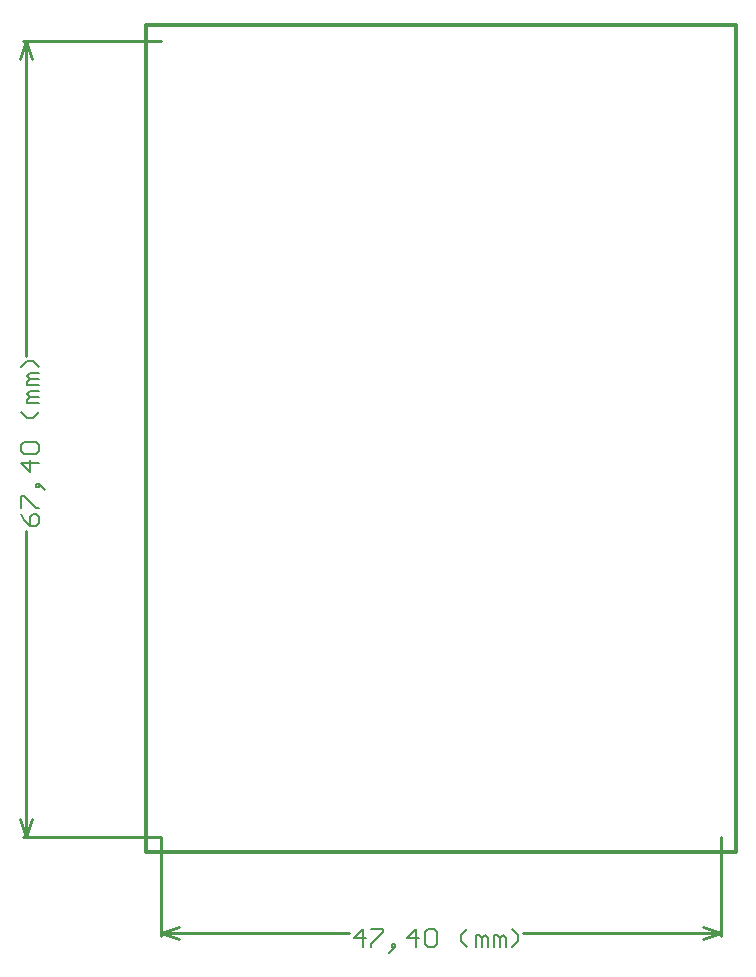
<source format=gm1>
G04 Layer_Color=16711935*
%FSLAX44Y44*%
%MOMM*%
G71*
G01*
G75*
%ADD31C,0.2540*%
%ADD46C,0.3000*%
%ADD47C,0.1524*%
D31*
X-104140Y687000D02*
X13000D01*
X-104140Y13000D02*
X13000D01*
X-101600Y419827D02*
Y687000D01*
Y13000D02*
Y272045D01*
X-106680Y671760D02*
X-101600Y687000D01*
X-96520Y671760D01*
X-101600Y13000D02*
X-96520Y28240D01*
X-106680D02*
X-101600Y13000D01*
X487000Y-71120D02*
Y13000D01*
X13000Y-71120D02*
Y13000D01*
X319827Y-68580D02*
X487000D01*
X13000D02*
X172045D01*
X471760Y-63500D02*
X487000Y-68580D01*
X471760Y-73660D02*
X487000Y-68580D01*
X13000D02*
X28240Y-73660D01*
X13000Y-68580D02*
X28240Y-63500D01*
D46*
X0Y0D02*
X500000D01*
X0D02*
Y700000D01*
X500000Y0D02*
Y700000D01*
X0D02*
X500000D01*
D47*
X-105154Y286265D02*
X-102615Y281187D01*
X-97537Y276109D01*
X-92458D01*
X-89919Y278648D01*
Y283726D01*
X-92458Y286265D01*
X-94998D01*
X-97537Y283726D01*
Y276109D01*
X-105154Y291344D02*
Y301500D01*
X-102615D01*
X-92458Y291344D01*
X-89919D01*
X-87380Y309118D02*
X-89919Y311657D01*
X-92458D01*
Y309118D01*
X-89919D01*
Y311657D01*
X-87380Y309118D01*
X-84841Y306579D01*
X-89919Y329431D02*
X-105154D01*
X-97537Y321814D01*
Y331971D01*
X-102615Y337049D02*
X-105154Y339588D01*
Y344666D01*
X-102615Y347206D01*
X-92458D01*
X-89919Y344666D01*
Y339588D01*
X-92458Y337049D01*
X-102615D01*
X-89919Y372597D02*
X-94998Y367519D01*
X-100076D01*
X-105154Y372597D01*
X-89919Y380215D02*
X-100076D01*
Y382754D01*
X-97537Y385293D01*
X-89919D01*
X-97537D01*
X-100076Y387832D01*
X-97537Y390372D01*
X-89919D01*
Y395450D02*
X-100076D01*
Y397989D01*
X-97537Y400528D01*
X-89919D01*
X-97537D01*
X-100076Y403068D01*
X-97537Y405607D01*
X-89919D01*
Y410685D02*
X-94998Y415764D01*
X-100076D01*
X-105154Y410685D01*
X183726Y-80261D02*
Y-65026D01*
X176109Y-72643D01*
X186265D01*
X191344Y-65026D02*
X201500D01*
Y-67565D01*
X191344Y-77722D01*
Y-80261D01*
X209118Y-82800D02*
X211657Y-80261D01*
Y-77722D01*
X209118D01*
Y-80261D01*
X211657D01*
X209118Y-82800D01*
X206579Y-85339D01*
X229431Y-80261D02*
Y-65026D01*
X221814Y-72643D01*
X231971D01*
X237049Y-67565D02*
X239588Y-65026D01*
X244666D01*
X247206Y-67565D01*
Y-77722D01*
X244666Y-80261D01*
X239588D01*
X237049Y-77722D01*
Y-67565D01*
X272597Y-80261D02*
X267519Y-75182D01*
Y-70104D01*
X272597Y-65026D01*
X280215Y-80261D02*
Y-70104D01*
X282754D01*
X285293Y-72643D01*
Y-80261D01*
Y-72643D01*
X287832Y-70104D01*
X290372Y-72643D01*
Y-80261D01*
X295450D02*
Y-70104D01*
X297989D01*
X300528Y-72643D01*
Y-80261D01*
Y-72643D01*
X303067Y-70104D01*
X305607Y-72643D01*
Y-80261D01*
X310685D02*
X315763Y-75182D01*
Y-70104D01*
X310685Y-65026D01*
M02*

</source>
